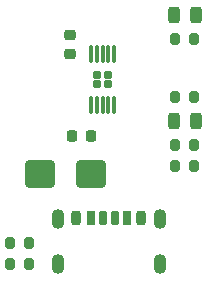
<source format=gbr>
%TF.GenerationSoftware,KiCad,Pcbnew,9.0.0*%
%TF.CreationDate,2025-11-29T18:06:43+01:00*%
%TF.ProjectId,Battery power module,42617474-6572-4792-9070-6f776572206d,rev?*%
%TF.SameCoordinates,Original*%
%TF.FileFunction,Paste,Top*%
%TF.FilePolarity,Positive*%
%FSLAX46Y46*%
G04 Gerber Fmt 4.6, Leading zero omitted, Abs format (unit mm)*
G04 Created by KiCad (PCBNEW 9.0.0) date 2025-11-29 18:06:43*
%MOMM*%
%LPD*%
G01*
G04 APERTURE LIST*
G04 Aperture macros list*
%AMRoundRect*
0 Rectangle with rounded corners*
0 $1 Rounding radius*
0 $2 $3 $4 $5 $6 $7 $8 $9 X,Y pos of 4 corners*
0 Add a 4 corners polygon primitive as box body*
4,1,4,$2,$3,$4,$5,$6,$7,$8,$9,$2,$3,0*
0 Add four circle primitives for the rounded corners*
1,1,$1+$1,$2,$3*
1,1,$1+$1,$4,$5*
1,1,$1+$1,$6,$7*
1,1,$1+$1,$8,$9*
0 Add four rect primitives between the rounded corners*
20,1,$1+$1,$2,$3,$4,$5,0*
20,1,$1+$1,$4,$5,$6,$7,0*
20,1,$1+$1,$6,$7,$8,$9,0*
20,1,$1+$1,$8,$9,$2,$3,0*%
G04 Aperture macros list end*
%ADD10RoundRect,0.157500X0.222500X-0.157500X0.222500X0.157500X-0.222500X0.157500X-0.222500X-0.157500X0*%
%ADD11RoundRect,0.075000X0.075000X-0.650000X0.075000X0.650000X-0.075000X0.650000X-0.075000X-0.650000X0*%
%ADD12RoundRect,0.243750X-0.243750X-0.456250X0.243750X-0.456250X0.243750X0.456250X-0.243750X0.456250X0*%
%ADD13RoundRect,0.200000X0.200000X0.275000X-0.200000X0.275000X-0.200000X-0.275000X0.200000X-0.275000X0*%
%ADD14RoundRect,0.175000X-0.175000X-0.425000X0.175000X-0.425000X0.175000X0.425000X-0.175000X0.425000X0*%
%ADD15RoundRect,0.190000X0.190000X0.410000X-0.190000X0.410000X-0.190000X-0.410000X0.190000X-0.410000X0*%
%ADD16RoundRect,0.200000X0.200000X0.400000X-0.200000X0.400000X-0.200000X-0.400000X0.200000X-0.400000X0*%
%ADD17RoundRect,0.175000X0.175000X0.425000X-0.175000X0.425000X-0.175000X-0.425000X0.175000X-0.425000X0*%
%ADD18RoundRect,0.190000X-0.190000X-0.410000X0.190000X-0.410000X0.190000X0.410000X-0.190000X0.410000X0*%
%ADD19RoundRect,0.200000X-0.200000X-0.400000X0.200000X-0.400000X0.200000X0.400000X-0.200000X0.400000X0*%
%ADD20O,1.100000X1.700000*%
%ADD21RoundRect,0.225000X0.250000X-0.225000X0.250000X0.225000X-0.250000X0.225000X-0.250000X-0.225000X0*%
%ADD22RoundRect,0.250000X-1.000000X-0.900000X1.000000X-0.900000X1.000000X0.900000X-1.000000X0.900000X0*%
%ADD23RoundRect,0.225000X0.225000X0.250000X-0.225000X0.250000X-0.225000X-0.250000X0.225000X-0.250000X0*%
G04 APERTURE END LIST*
D10*
%TO.C,U1*%
X128684000Y-102126000D03*
X129624000Y-102126000D03*
X128684000Y-101346000D03*
X129624000Y-101346000D03*
D11*
X128154000Y-103886000D03*
X128654000Y-103886000D03*
X129154000Y-103886000D03*
X129654000Y-103886000D03*
X130154000Y-103886000D03*
X130154000Y-99586000D03*
X129654000Y-99586000D03*
X129154000Y-99586000D03*
X128654000Y-99586000D03*
X128154000Y-99586000D03*
%TD*%
D12*
%TO.C,D1*%
X135171200Y-105283000D03*
X137046200Y-105283000D03*
%TD*%
D13*
%TO.C,R6*%
X122935000Y-117348000D03*
X121285000Y-117348000D03*
%TD*%
D14*
%TO.C,J1*%
X129180000Y-113527800D03*
D15*
X131200000Y-113527800D03*
D16*
X132430000Y-113527800D03*
D17*
X130180000Y-113527800D03*
D18*
X128160000Y-113527800D03*
D19*
X126930000Y-113527800D03*
D20*
X125360000Y-113607800D03*
X125360000Y-117407800D03*
X134000000Y-113607800D03*
X134000000Y-117407800D03*
%TD*%
D13*
%TO.C,R5*%
X122936000Y-115570000D03*
X121286000Y-115570000D03*
%TD*%
D12*
%TO.C,D2*%
X135171200Y-96266000D03*
X137046200Y-96266000D03*
%TD*%
D21*
%TO.C,C2*%
X126390400Y-99587600D03*
X126390400Y-98037600D03*
%TD*%
D22*
%TO.C,D3*%
X123834000Y-109728000D03*
X128134000Y-109728000D03*
%TD*%
D23*
%TO.C,C1*%
X128143000Y-106534200D03*
X126593000Y-106534200D03*
%TD*%
D13*
%TO.C,R4*%
X136918200Y-107315000D03*
X135268200Y-107315000D03*
%TD*%
%TO.C,R1*%
X136933700Y-103251000D03*
X135283700Y-103251000D03*
%TD*%
%TO.C,R2*%
X136933700Y-98298000D03*
X135283700Y-98298000D03*
%TD*%
%TO.C,R3*%
X136918200Y-109067600D03*
X135268200Y-109067600D03*
%TD*%
M02*

</source>
